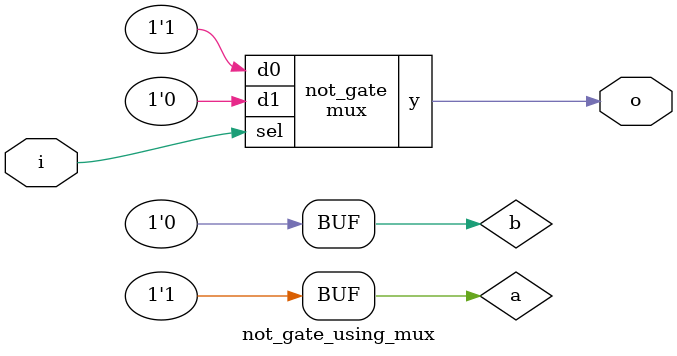
<source format=sv>

module mux
(
  input  d0, d1,
  input  sel,
  output y
);

  assign y = sel ? d1 : d0;

endmodule

//----------------------------------------------------------------------------
// Task
//----------------------------------------------------------------------------

module not_gate_using_mux
(
    input  i,
    output o
);

  wire a = 1;
  wire b = 0;

  mux not_gate (a, b, i, o);

endmodule

</source>
